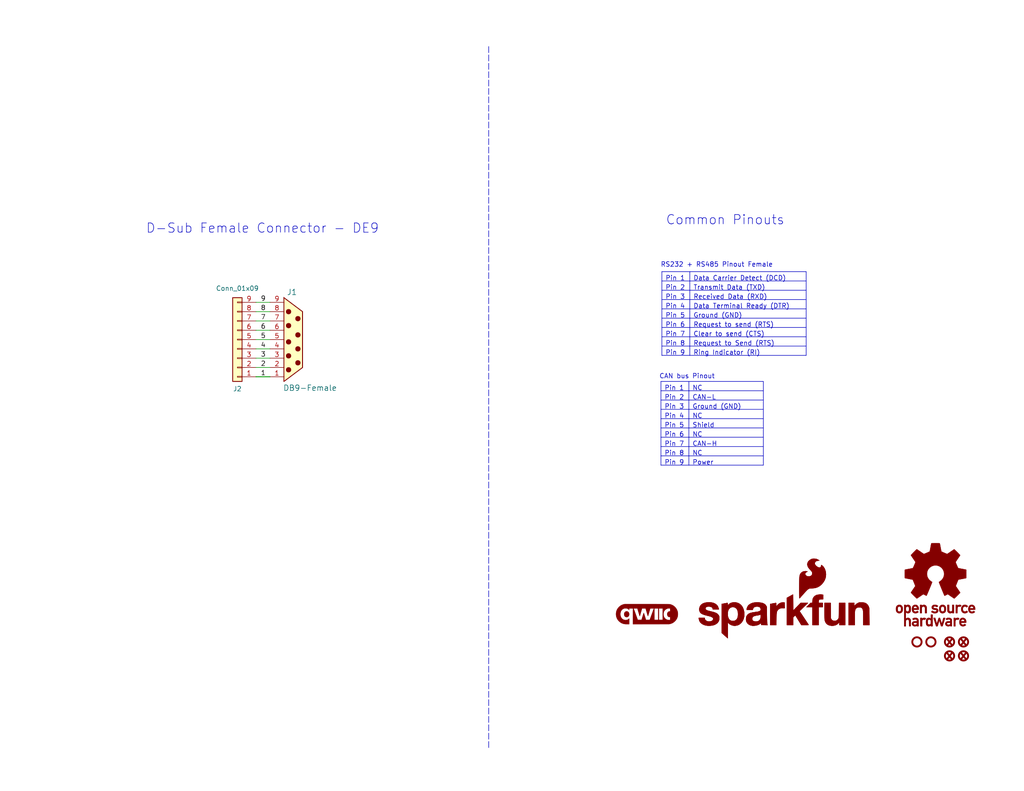
<source format=kicad_sch>
(kicad_sch (version 20250114) (generator "eeschema") (generator_version "9.0")
  (paper "USLetter")
  (title_block (title "SparkFun DB9 Breakout") (rev "v10") (company "SparkFun Electronics") (comment 1 "Designed by: Elias Santistevan"))
  (lib_symbols
    (symbol "DB9-Female:DB9 Female" (pin_names (offset 0.254) (hide yes))
      (property "Reference" "J" (at 1.016 12.7 0))
      (property "Value" "DB9-Female" (at 0 -13.97 0))
      (symbol "DB9 Female_1_1"
        (pin passive line (at -6.35 10.16 0) (length 3.81) (name "1") (number "1"))
        (pin passive line (at -6.35 7.62 0) (length 3.81) (name "2") (number "2"))
        (pin passive line (at -6.35 5.08 0) (length 3.81) (name "3") (number "3"))
        (pin passive line (at -6.35 2.54 0) (length 3.81) (name "4") (number "4"))
        (pin passive line (at -6.35 0 0) (length 3.81) (name "5") (number "5"))
        (pin passive line (at -6.35 -2.54 0) (length 3.81) (name "6") (number "6"))
        (pin passive line (at -6.35 -5.08 0) (length 3.81) (name "7") (number "7"))
        (pin passive line (at -6.35 -7.62 0) (length 3.81) (name "8") (number "8"))
        (pin passive line (at -6.35 -10.16 0) (length 3.81) (name "9") (number "9"))
      )
      (symbol "DB9 Female_1_2"
        (pin unspecified line (at 0 0 0) (length 5.08) (name "1") (number "1"))
        (pin unspecified line (at 0 -2.54 0) (length 5.08) (name "2") (number "2"))
        (pin unspecified line (at 0 -5.08 0) (length 5.08) (name "3") (number "3"))
        (pin unspecified line (at 0 -7.62 0) (length 5.08) (name "4") (number "4"))
        (pin unspecified line (at 0 -10.16 0) (length 5.08) (name "5") (number "5"))
        (pin unspecified line (at 0 -12.7 0) (length 5.08) (name "6") (number "6"))
        (pin unspecified line (at 0 -15.24 0) (length 5.08) (name "7") (number "7"))
        (pin unspecified line (at 0 -17.78 0) (length 5.08) (name "8") (number "8"))
        (pin unspecified line (at 0 -20.32 0) (length 5.08) (name "9") (number "9"))
      )
    )
    (symbol "SparkFun-Aesthetic:Fiducial_0.5mm"
      (symbol "Fiducial_0.5mm_1_1"
        (text "x" (at 0 0.254 0) (effects (font (size 2.5 2.5) (bold yes))))
      )
    )
    (symbol "SparkFun-Aesthetic:OSHW_Logo" (pin_names (offset 1.016)) (in_bom no))
    (symbol "SparkFun-Aesthetic:SparkFun_Logo" (pin_names (offset 1.016)) (on_board no))
    (symbol "SparkFun-Aesthetic:qwiic_Logo" (pin_names (offset 1.016)) (on_board no))
    (symbol "SparkFun-Connector:Conn_01x09" (pin_names (offset 1.016) (hide yes))
      (property "Reference" "J" (at 0 12.7 0))
      (property "Value" "Conn_01x09" (at 0 -12.7 0))
      (symbol "Conn_01x09_1_1"
        (pin passive line (at -5.08 10.16 0) (length 3.81) (name "Pin_1") (number "1"))
        (pin passive line (at -5.08 7.62 0) (length 3.81) (name "Pin_2") (number "2"))
        (pin passive line (at -5.08 5.08 0) (length 3.81) (name "Pin_3") (number "3"))
        (pin passive line (at -5.08 2.54 0) (length 3.81) (name "Pin_4") (number "4"))
        (pin passive line (at -5.08 0 0) (length 3.81) (name "Pin_5") (number "5"))
        (pin passive line (at -5.08 -2.54 0) (length 3.81) (name "Pin_6") (number "6"))
        (pin passive line (at -5.08 -5.08 0) (length 3.81) (name "Pin_7") (number "7"))
        (pin passive line (at -5.08 -7.62 0) (length 3.81) (name "Pin_8") (number "8"))
        (pin passive line (at -5.08 -10.16 0) (length 3.81) (name "Pin_9") (number "9"))
      )
    )
    (symbol "SparkFun-Hardware:Standoff")
  )
  (text "Common Pinouts" (at 197.866 60.198 0) (effects (font (size 2.54 2.54))))
  (text "RS232 + RS485 Pinout Female" (at 195.58 72.39 0) (effects (font (size 1.27 1.27))))
  (text "CAN bus Pinout " (at 187.96 102.87 0) (effects (font (size 1.27 1.27))))
  (text "D-Sub Female Connector - DE9" (at 71.628 62.484 0) (effects (font (size 2.54 2.54))))
  (wire (pts (xy 69.85 92.71) (xy 73.66 92.71)))
  (wire (pts (xy 69.85 102.87) (xy 73.66 102.87)) (stroke (width 0.2286)))
  (wire (pts (xy 69.85 85.09) (xy 73.66 85.09)))
  (wire (pts (xy 69.85 97.79) (xy 73.66 97.79)))
  (polyline (pts (xy 133.35 12.7) (xy 133.35 204.47)) (stroke (width 0) (type dash)))
  (wire (pts (xy 69.85 87.63) (xy 73.66 87.63)))
  (wire (pts (xy 69.85 90.17) (xy 73.66 90.17)))
  (wire (pts (xy 69.85 95.25) (xy 73.66 95.25)))
  (wire (pts (xy 69.85 82.55) (xy 73.66 82.55)))
  (wire (pts (xy 69.85 100.33) (xy 73.66 100.33)))
  (table (column_count 2) (border (external yes) (header yes)) (separators (rows yes) (cols yes)) (column_widths 7.62 20.32) (row_heights 2.54 2.54 2.54 2.54 2.54 2.54 2.54 2.54 2.54) (cells (table_cell "Pin 1" (at 180.34 104.14 0) (size 7.62 2.54) (margins 0.9525 0.9525 0.9525 0.9525) (span 1 1)) (table_cell "NC" (at 187.96 104.14 0) (size 20.32 2.54) (margins 0.9525 0.9525 0.9525 0.9525) (span 1 1)) (table_cell "Pin 2" (at 180.34 106.68 0) (size 7.62 2.54) (margins 0.9525 0.9525 0.9525 0.9525) (span 1 1)) (table_cell "CAN-L" (at 187.96 106.68 0) (size 20.32 2.54) (margins 0.9525 0.9525 0.9525 0.9525) (span 1 1)) (table_cell "Pin 3" (at 180.34 109.22 0) (size 7.62 2.54) (margins 0.9525 0.9525 0.9525 0.9525) (span 1 1)) (table_cell "Ground (GND)" (at 187.96 109.22 0) (size 20.32 2.54) (margins 0.9525 0.9525 0.9525 0.9525) (span 1 1)) (table_cell "Pin 4" (at 180.34 111.76 0) (size 7.62 2.54) (margins 0.9525 0.9525 0.9525 0.9525) (span 1 1)) (table_cell "NC" (at 187.96 111.76 0) (size 20.32 2.54) (margins 0.9525 0.9525 0.9525 0.9525) (span 1 1)) (table_cell "Pin 5" (at 180.34 114.3 0) (size 7.62 2.54) (margins 0.9525 0.9525 0.9525 0.9525) (span 1 1)) (table_cell "Shield" (at 187.96 114.3 0) (size 20.32 2.54) (margins 0.9525 0.9525 0.9525 0.9525) (span 1 1)) (table_cell "Pin 6" (at 180.34 116.84 0) (size 7.62 2.54) (margins 0.9525 0.9525 0.9525 0.9525) (span 1 1)) (table_cell "NC" (at 187.96 116.84 0) (size 20.32 2.54) (margins 0.9525 0.9525 0.9525 0.9525) (span 1 1)) (table_cell "Pin 7" (at 180.34 119.38 0) (size 7.62 2.54) (margins 0.9525 0.9525 0.9525 0.9525) (span 1 1)) (table_cell "CAN-H" (at 187.96 119.38 0) (size 20.32 2.54) (margins 0.9525 0.9525 0.9525 0.9525) (span 1 1)) (table_cell "Pin 8 " (at 180.34 121.92 0) (size 7.62 2.54) (margins 0.9525 0.9525 0.9525 0.9525) (span 1 1)) (table_cell "NC" (at 187.96 121.92 0) (size 20.32 2.54) (margins 0.9525 0.9525 0.9525 0.9525) (span 1 1)) (table_cell "Pin 9" (at 180.34 124.46 0) (size 7.62 2.54) (margins 0.9525 0.9525 0.9525 0.9525) (span 1 1)) (table_cell "Power" (at 187.96 124.46 0) (size 20.32 2.54) (margins 0.9525 0.9525 0.9525 0.9525) (span 1 1))))
  (table (column_count 2) (border (external yes) (header yes)) (separators (rows yes) (cols yes)) (column_widths 7.62 31.75) (row_heights 2.54 2.54 2.54 2.54 2.54 2.54 2.54 2.54 2.54) (cells (table_cell "Pin 1" (at 180.594 74.168 0) (size 7.62 2.54) (margins 0.9525 0.9525 0.9525 0.9525) (span 1 1)) (table_cell "Data Carrier Detect (DCD) " (at 188.214 74.168 0) (size 31.75 2.54) (margins 0.9525 0.9525 0.9525 0.9525) (span 1 1)) (table_cell "Pin 2" (at 180.594 76.708 0) (size 7.62 2.54) (margins 0.9525 0.9525 0.9525 0.9525) (span 1 1)) (table_cell "Transmit Data (TXD) " (at 188.214 76.708 0) (size 31.75 2.54) (margins 0.9525 0.9525 0.9525 0.9525) (span 1 1)) (table_cell "Pin 3" (at 180.594 79.248 0) (size 7.62 2.54) (margins 0.9525 0.9525 0.9525 0.9525) (span 1 1)) (table_cell "Received Data (RXD) " (at 188.214 79.248 0) (size 31.75 2.54) (margins 0.9525 0.9525 0.9525 0.9525) (span 1 1)) (table_cell "Pin 4" (at 180.594 81.788 0) (size 7.62 2.54) (margins 0.9525 0.9525 0.9525 0.9525) (span 1 1)) (table_cell "Data Terminal Ready (DTR) " (at 188.214 81.788 0) (size 31.75 2.54) (margins 0.9525 0.9525 0.9525 0.9525) (span 1 1)) (table_cell "Pin 5" (at 180.594 84.328 0) (size 7.62 2.54) (margins 0.9525 0.9525 0.9525 0.9525) (span 1 1)) (table_cell "Ground (GND)" (at 188.214 84.328 0) (size 31.75 2.54) (margins 0.9525 0.9525 0.9525 0.9525) (span 1 1)) (table_cell "Pin 6" (at 180.594 86.868 0) (size 7.62 2.54) (margins 0.9525 0.9525 0.9525 0.9525) (span 1 1)) (table_cell "Request to send (RTS) " (at 188.214 86.868 0) (size 31.75 2.54) (margins 0.9525 0.9525 0.9525 0.9525) (span 1 1)) (table_cell "Pin 7" (at 180.594 89.408 0) (size 7.62 2.54) (margins 0.9525 0.9525 0.9525 0.9525) (span 1 1)) (table_cell "Clear to send (CTS) " (at 188.214 89.408 0) (size 31.75 2.54) (margins 0.9525 0.9525 0.9525 0.9525) (span 1 1)) (table_cell "Pin 8" (at 180.594 91.948 0) (size 7.62 2.54) (margins 0.9525 0.9525 0.9525 0.9525) (span 1 1)) (table_cell "Request to Send (RTS) " (at 188.214 91.948 0) (size 31.75 2.54) (margins 0.9525 0.9525 0.9525 0.9525) (span 1 1)) (table_cell "Pin 9" (at 180.594 94.488 0) (size 7.62 2.54) (margins 0.9525 0.9525 0.9525 0.9525) (span 1 1)) (table_cell "Ring Indicator (RI) " (at 188.214 94.488 0) (size 31.75 2.54) (margins 0.9525 0.9525 0.9525 0.9525) (span 1 1))))
  (label "4" (at 71.12 95.25 0))
  (label "3" (at 71.12 97.79 0))
  (label "9" (at 71.12 82.55 0))
  (label "5" (at 71.12 92.71 0))
  (label "6" (at 71.12 90.17 0))
  (label "7" (at 71.12 87.63 0))
  (label "1" (at 71.12 102.87 0))
  (label "2" (at 71.12 100.33 0))
  (label "8" (at 71.12 85.09 0))
  (symbol (lib_id "SparkFun-Hardware:Standoff") (at 254 175.26 0) (unit 1)
    (property "Reference" "ST2" (effects (hide yes)))
    (property "Value" "Stand_off" (effects (hide yes)))
    (property "Footprint" "SparkFun-Hardware:Standoff" (effects (hide yes)))
    (property "Description" "Drill holes for mechanically mounting via screws, standoffs, etc." (effects (hide yes)))
  )
  (symbol (lib_id "SparkFun-Aesthetic:SparkFun_Logo") (at 213.36 167.64 0) (unit 1) (on_board no)
    (property "Reference" "G1" (effects (hide yes)))
    (property "Value" "SparkFun_Logo" (effects (hide yes)))
    (property "Footprint" "SparkFun-Aesthetic:SparkFun_Logo_8mm" (effects (hide yes)))
  )
  (symbol (lib_id "SparkFun-Connector:Conn_01x09") (at 64.77 92.71 180) (unit 1)
    (property "Reference" "J2" (at 64.77 106.172 0))
    (property "Value" "Conn_01x09" (at 64.77 78.74 0))
    (property "Footprint" "SparkFun-Connector:1x09" (effects (hide yes)))
    (property "Description" "Basic 0.1\" PTH" (effects (hide yes)))
  )
  (symbol (lib_id "SparkFun-Aesthetic:qwiic_Logo") (at 176.53 167.64 0) (unit 1) (on_board no)
    (property "Reference" "G4" (effects (hide yes)))
    (property "Value" "qwiic_Logo" (effects (hide yes)))
  )
  (symbol (lib_id "SparkFun-Hardware:Standoff") (at 250.19 175.26 0) (unit 1)
    (property "Reference" "ST1" (effects (hide yes)))
    (property "Value" "Stand_off" (effects (hide yes)))
    (property "Footprint" "SparkFun-Hardware:Standoff" (effects (hide yes)))
    (property "Description" "Drill holes for mechanically mounting via screws, standoffs, etc." (effects (hide yes)))
  )
  (symbol (lib_id "SparkFun-Aesthetic:Fiducial_0.5mm") (at 262.89 179.07 0) (unit 1)
    (property "Reference" "FID4" (effects (hide yes)))
    (property "Value" "Fiducial_0.5mm" (effects (hide yes)))
    (property "Footprint" "SparkFun-Aesthetic:Fiducial_0.5mm_Mask1mm" (effects (hide yes)))
    (property "Description" "Fiducial Marker" (effects (hide yes)))
  )
  (symbol (lib_id "SparkFun-Aesthetic:Fiducial_0.5mm") (at 259.08 179.07 0) (unit 1)
    (property "Reference" "FID2" (effects (hide yes)))
    (property "Value" "Fiducial_0.5mm" (effects (hide yes)))
    (property "Footprint" "SparkFun-Aesthetic:Fiducial_0.5mm_Mask1mm" (effects (hide yes)))
    (property "Description" "Fiducial Marker" (effects (hide yes)))
  )
  (symbol (lib_id "SparkFun-Aesthetic:OSHW_Logo") (at 255.27 163.83 0) (unit 1) (in_bom no)
    (property "Reference" "G3" (effects (hide yes)))
    (property "Value" "OSHW_Logo" (effects (hide yes)))
    (property "Footprint" "SparkFun-Aesthetic:Creative_Commons_License" (effects (hide yes)))
  )
  (symbol (lib_id "SparkFun-Aesthetic:Fiducial_0.5mm") (at 259.08 175.26 0) (unit 1)
    (property "Reference" "FID1" (effects (hide yes)))
    (property "Value" "Fiducial_0.5mm" (effects (hide yes)))
    (property "Footprint" "SparkFun-Aesthetic:Fiducial_0.5mm_Mask1mm" (effects (hide yes)))
    (property "Description" "Fiducial Marker" (effects (hide yes)))
  )
  (symbol (lib_id "SparkFun-Aesthetic:SparkFun_Logo") (at 213.36 167.64 0) (unit 1) (on_board no)
    (property "Reference" "G2" (effects (hide yes)))
    (property "Value" "SparkFun_Logo" (effects (hide yes)))
  )
  (symbol (lib_id "SparkFun-Aesthetic:Fiducial_0.5mm") (at 262.89 175.26 0) (unit 1)
    (property "Reference" "FID3" (effects (hide yes)))
    (property "Value" "Fiducial_0.5mm" (effects (hide yes)))
    (property "Footprint" "SparkFun-Aesthetic:Fiducial_0.5mm_Mask1mm" (effects (hide yes)))
    (property "Description" "Fiducial Marker" (effects (hide yes)))
  )
  (symbol (lib_id "DB9-Female:DB9 Female") (at 80.01 92.71 0) (mirror x) (unit 1)
    (property "Reference" "J1" (at 78.232 79.756 0) (effects (font (size 1.524 1.524)) (justify left)))
    (property "Value" "DB9-Female" (at 77.216 105.918 0) (effects (font (size 1.524 1.524)) (justify left)))
    (property "Footprint" "DE9_Footprint:DB9" (effects (hide yes)))
    (property "Datasheet" "https://www.lcsc.com/datasheet/lcsc_datasheet_2411220417_XUNPU-D-SUB-DR-9PCM-CB_C19077337.pdf" (effects (hide yes)))
  )
)
</source>
